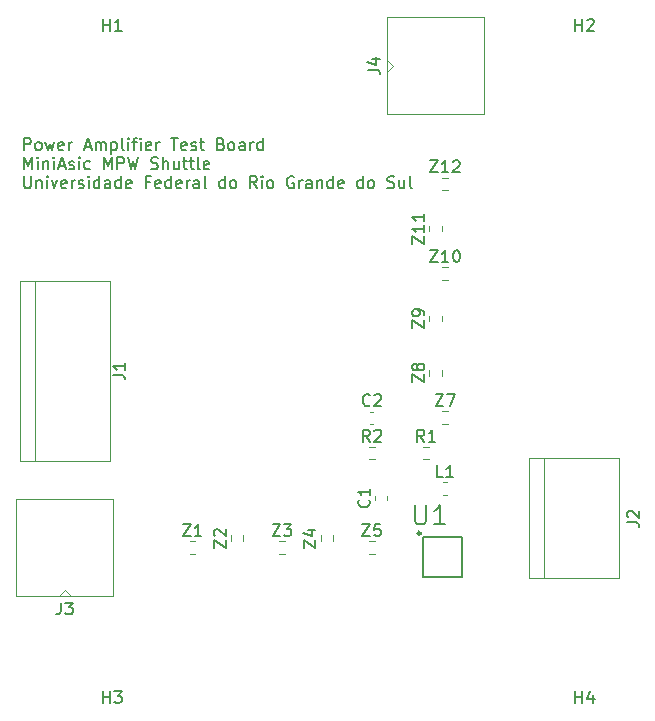
<source format=gbr>
%TF.GenerationSoftware,KiCad,Pcbnew,7.0.6*%
%TF.CreationDate,2023-07-22T11:20:37-03:00*%
%TF.ProjectId,MiniAsic_2020,4d696e69-4173-4696-935f-323032302e6b,rev?*%
%TF.SameCoordinates,Original*%
%TF.FileFunction,Legend,Top*%
%TF.FilePolarity,Positive*%
%FSLAX46Y46*%
G04 Gerber Fmt 4.6, Leading zero omitted, Abs format (unit mm)*
G04 Created by KiCad (PCBNEW 7.0.6) date 2023-07-22 11:20:37*
%MOMM*%
%LPD*%
G01*
G04 APERTURE LIST*
%ADD10C,0.200000*%
%ADD11C,0.150000*%
%ADD12C,0.142240*%
%ADD13C,0.120000*%
%ADD14C,0.275000*%
G04 APERTURE END LIST*
D10*
X121059673Y-71647219D02*
X121059673Y-70647219D01*
X121059673Y-70647219D02*
X121440625Y-70647219D01*
X121440625Y-70647219D02*
X121535863Y-70694838D01*
X121535863Y-70694838D02*
X121583482Y-70742457D01*
X121583482Y-70742457D02*
X121631101Y-70837695D01*
X121631101Y-70837695D02*
X121631101Y-70980552D01*
X121631101Y-70980552D02*
X121583482Y-71075790D01*
X121583482Y-71075790D02*
X121535863Y-71123409D01*
X121535863Y-71123409D02*
X121440625Y-71171028D01*
X121440625Y-71171028D02*
X121059673Y-71171028D01*
X122202530Y-71647219D02*
X122107292Y-71599600D01*
X122107292Y-71599600D02*
X122059673Y-71551980D01*
X122059673Y-71551980D02*
X122012054Y-71456742D01*
X122012054Y-71456742D02*
X122012054Y-71171028D01*
X122012054Y-71171028D02*
X122059673Y-71075790D01*
X122059673Y-71075790D02*
X122107292Y-71028171D01*
X122107292Y-71028171D02*
X122202530Y-70980552D01*
X122202530Y-70980552D02*
X122345387Y-70980552D01*
X122345387Y-70980552D02*
X122440625Y-71028171D01*
X122440625Y-71028171D02*
X122488244Y-71075790D01*
X122488244Y-71075790D02*
X122535863Y-71171028D01*
X122535863Y-71171028D02*
X122535863Y-71456742D01*
X122535863Y-71456742D02*
X122488244Y-71551980D01*
X122488244Y-71551980D02*
X122440625Y-71599600D01*
X122440625Y-71599600D02*
X122345387Y-71647219D01*
X122345387Y-71647219D02*
X122202530Y-71647219D01*
X122869197Y-70980552D02*
X123059673Y-71647219D01*
X123059673Y-71647219D02*
X123250149Y-71171028D01*
X123250149Y-71171028D02*
X123440625Y-71647219D01*
X123440625Y-71647219D02*
X123631101Y-70980552D01*
X124393006Y-71599600D02*
X124297768Y-71647219D01*
X124297768Y-71647219D02*
X124107292Y-71647219D01*
X124107292Y-71647219D02*
X124012054Y-71599600D01*
X124012054Y-71599600D02*
X123964435Y-71504361D01*
X123964435Y-71504361D02*
X123964435Y-71123409D01*
X123964435Y-71123409D02*
X124012054Y-71028171D01*
X124012054Y-71028171D02*
X124107292Y-70980552D01*
X124107292Y-70980552D02*
X124297768Y-70980552D01*
X124297768Y-70980552D02*
X124393006Y-71028171D01*
X124393006Y-71028171D02*
X124440625Y-71123409D01*
X124440625Y-71123409D02*
X124440625Y-71218647D01*
X124440625Y-71218647D02*
X123964435Y-71313885D01*
X124869197Y-71647219D02*
X124869197Y-70980552D01*
X124869197Y-71171028D02*
X124916816Y-71075790D01*
X124916816Y-71075790D02*
X124964435Y-71028171D01*
X124964435Y-71028171D02*
X125059673Y-70980552D01*
X125059673Y-70980552D02*
X125154911Y-70980552D01*
X126202531Y-71361504D02*
X126678721Y-71361504D01*
X126107293Y-71647219D02*
X126440626Y-70647219D01*
X126440626Y-70647219D02*
X126773959Y-71647219D01*
X127107293Y-71647219D02*
X127107293Y-70980552D01*
X127107293Y-71075790D02*
X127154912Y-71028171D01*
X127154912Y-71028171D02*
X127250150Y-70980552D01*
X127250150Y-70980552D02*
X127393007Y-70980552D01*
X127393007Y-70980552D02*
X127488245Y-71028171D01*
X127488245Y-71028171D02*
X127535864Y-71123409D01*
X127535864Y-71123409D02*
X127535864Y-71647219D01*
X127535864Y-71123409D02*
X127583483Y-71028171D01*
X127583483Y-71028171D02*
X127678721Y-70980552D01*
X127678721Y-70980552D02*
X127821578Y-70980552D01*
X127821578Y-70980552D02*
X127916817Y-71028171D01*
X127916817Y-71028171D02*
X127964436Y-71123409D01*
X127964436Y-71123409D02*
X127964436Y-71647219D01*
X128440626Y-70980552D02*
X128440626Y-71980552D01*
X128440626Y-71028171D02*
X128535864Y-70980552D01*
X128535864Y-70980552D02*
X128726340Y-70980552D01*
X128726340Y-70980552D02*
X128821578Y-71028171D01*
X128821578Y-71028171D02*
X128869197Y-71075790D01*
X128869197Y-71075790D02*
X128916816Y-71171028D01*
X128916816Y-71171028D02*
X128916816Y-71456742D01*
X128916816Y-71456742D02*
X128869197Y-71551980D01*
X128869197Y-71551980D02*
X128821578Y-71599600D01*
X128821578Y-71599600D02*
X128726340Y-71647219D01*
X128726340Y-71647219D02*
X128535864Y-71647219D01*
X128535864Y-71647219D02*
X128440626Y-71599600D01*
X129488245Y-71647219D02*
X129393007Y-71599600D01*
X129393007Y-71599600D02*
X129345388Y-71504361D01*
X129345388Y-71504361D02*
X129345388Y-70647219D01*
X129869198Y-71647219D02*
X129869198Y-70980552D01*
X129869198Y-70647219D02*
X129821579Y-70694838D01*
X129821579Y-70694838D02*
X129869198Y-70742457D01*
X129869198Y-70742457D02*
X129916817Y-70694838D01*
X129916817Y-70694838D02*
X129869198Y-70647219D01*
X129869198Y-70647219D02*
X129869198Y-70742457D01*
X130202531Y-70980552D02*
X130583483Y-70980552D01*
X130345388Y-71647219D02*
X130345388Y-70790076D01*
X130345388Y-70790076D02*
X130393007Y-70694838D01*
X130393007Y-70694838D02*
X130488245Y-70647219D01*
X130488245Y-70647219D02*
X130583483Y-70647219D01*
X130916817Y-71647219D02*
X130916817Y-70980552D01*
X130916817Y-70647219D02*
X130869198Y-70694838D01*
X130869198Y-70694838D02*
X130916817Y-70742457D01*
X130916817Y-70742457D02*
X130964436Y-70694838D01*
X130964436Y-70694838D02*
X130916817Y-70647219D01*
X130916817Y-70647219D02*
X130916817Y-70742457D01*
X131773959Y-71599600D02*
X131678721Y-71647219D01*
X131678721Y-71647219D02*
X131488245Y-71647219D01*
X131488245Y-71647219D02*
X131393007Y-71599600D01*
X131393007Y-71599600D02*
X131345388Y-71504361D01*
X131345388Y-71504361D02*
X131345388Y-71123409D01*
X131345388Y-71123409D02*
X131393007Y-71028171D01*
X131393007Y-71028171D02*
X131488245Y-70980552D01*
X131488245Y-70980552D02*
X131678721Y-70980552D01*
X131678721Y-70980552D02*
X131773959Y-71028171D01*
X131773959Y-71028171D02*
X131821578Y-71123409D01*
X131821578Y-71123409D02*
X131821578Y-71218647D01*
X131821578Y-71218647D02*
X131345388Y-71313885D01*
X132250150Y-71647219D02*
X132250150Y-70980552D01*
X132250150Y-71171028D02*
X132297769Y-71075790D01*
X132297769Y-71075790D02*
X132345388Y-71028171D01*
X132345388Y-71028171D02*
X132440626Y-70980552D01*
X132440626Y-70980552D02*
X132535864Y-70980552D01*
X133488246Y-70647219D02*
X134059674Y-70647219D01*
X133773960Y-71647219D02*
X133773960Y-70647219D01*
X134773960Y-71599600D02*
X134678722Y-71647219D01*
X134678722Y-71647219D02*
X134488246Y-71647219D01*
X134488246Y-71647219D02*
X134393008Y-71599600D01*
X134393008Y-71599600D02*
X134345389Y-71504361D01*
X134345389Y-71504361D02*
X134345389Y-71123409D01*
X134345389Y-71123409D02*
X134393008Y-71028171D01*
X134393008Y-71028171D02*
X134488246Y-70980552D01*
X134488246Y-70980552D02*
X134678722Y-70980552D01*
X134678722Y-70980552D02*
X134773960Y-71028171D01*
X134773960Y-71028171D02*
X134821579Y-71123409D01*
X134821579Y-71123409D02*
X134821579Y-71218647D01*
X134821579Y-71218647D02*
X134345389Y-71313885D01*
X135202532Y-71599600D02*
X135297770Y-71647219D01*
X135297770Y-71647219D02*
X135488246Y-71647219D01*
X135488246Y-71647219D02*
X135583484Y-71599600D01*
X135583484Y-71599600D02*
X135631103Y-71504361D01*
X135631103Y-71504361D02*
X135631103Y-71456742D01*
X135631103Y-71456742D02*
X135583484Y-71361504D01*
X135583484Y-71361504D02*
X135488246Y-71313885D01*
X135488246Y-71313885D02*
X135345389Y-71313885D01*
X135345389Y-71313885D02*
X135250151Y-71266266D01*
X135250151Y-71266266D02*
X135202532Y-71171028D01*
X135202532Y-71171028D02*
X135202532Y-71123409D01*
X135202532Y-71123409D02*
X135250151Y-71028171D01*
X135250151Y-71028171D02*
X135345389Y-70980552D01*
X135345389Y-70980552D02*
X135488246Y-70980552D01*
X135488246Y-70980552D02*
X135583484Y-71028171D01*
X135916818Y-70980552D02*
X136297770Y-70980552D01*
X136059675Y-70647219D02*
X136059675Y-71504361D01*
X136059675Y-71504361D02*
X136107294Y-71599600D01*
X136107294Y-71599600D02*
X136202532Y-71647219D01*
X136202532Y-71647219D02*
X136297770Y-71647219D01*
X137726342Y-71123409D02*
X137869199Y-71171028D01*
X137869199Y-71171028D02*
X137916818Y-71218647D01*
X137916818Y-71218647D02*
X137964437Y-71313885D01*
X137964437Y-71313885D02*
X137964437Y-71456742D01*
X137964437Y-71456742D02*
X137916818Y-71551980D01*
X137916818Y-71551980D02*
X137869199Y-71599600D01*
X137869199Y-71599600D02*
X137773961Y-71647219D01*
X137773961Y-71647219D02*
X137393009Y-71647219D01*
X137393009Y-71647219D02*
X137393009Y-70647219D01*
X137393009Y-70647219D02*
X137726342Y-70647219D01*
X137726342Y-70647219D02*
X137821580Y-70694838D01*
X137821580Y-70694838D02*
X137869199Y-70742457D01*
X137869199Y-70742457D02*
X137916818Y-70837695D01*
X137916818Y-70837695D02*
X137916818Y-70932933D01*
X137916818Y-70932933D02*
X137869199Y-71028171D01*
X137869199Y-71028171D02*
X137821580Y-71075790D01*
X137821580Y-71075790D02*
X137726342Y-71123409D01*
X137726342Y-71123409D02*
X137393009Y-71123409D01*
X138535866Y-71647219D02*
X138440628Y-71599600D01*
X138440628Y-71599600D02*
X138393009Y-71551980D01*
X138393009Y-71551980D02*
X138345390Y-71456742D01*
X138345390Y-71456742D02*
X138345390Y-71171028D01*
X138345390Y-71171028D02*
X138393009Y-71075790D01*
X138393009Y-71075790D02*
X138440628Y-71028171D01*
X138440628Y-71028171D02*
X138535866Y-70980552D01*
X138535866Y-70980552D02*
X138678723Y-70980552D01*
X138678723Y-70980552D02*
X138773961Y-71028171D01*
X138773961Y-71028171D02*
X138821580Y-71075790D01*
X138821580Y-71075790D02*
X138869199Y-71171028D01*
X138869199Y-71171028D02*
X138869199Y-71456742D01*
X138869199Y-71456742D02*
X138821580Y-71551980D01*
X138821580Y-71551980D02*
X138773961Y-71599600D01*
X138773961Y-71599600D02*
X138678723Y-71647219D01*
X138678723Y-71647219D02*
X138535866Y-71647219D01*
X139726342Y-71647219D02*
X139726342Y-71123409D01*
X139726342Y-71123409D02*
X139678723Y-71028171D01*
X139678723Y-71028171D02*
X139583485Y-70980552D01*
X139583485Y-70980552D02*
X139393009Y-70980552D01*
X139393009Y-70980552D02*
X139297771Y-71028171D01*
X139726342Y-71599600D02*
X139631104Y-71647219D01*
X139631104Y-71647219D02*
X139393009Y-71647219D01*
X139393009Y-71647219D02*
X139297771Y-71599600D01*
X139297771Y-71599600D02*
X139250152Y-71504361D01*
X139250152Y-71504361D02*
X139250152Y-71409123D01*
X139250152Y-71409123D02*
X139297771Y-71313885D01*
X139297771Y-71313885D02*
X139393009Y-71266266D01*
X139393009Y-71266266D02*
X139631104Y-71266266D01*
X139631104Y-71266266D02*
X139726342Y-71218647D01*
X140202533Y-71647219D02*
X140202533Y-70980552D01*
X140202533Y-71171028D02*
X140250152Y-71075790D01*
X140250152Y-71075790D02*
X140297771Y-71028171D01*
X140297771Y-71028171D02*
X140393009Y-70980552D01*
X140393009Y-70980552D02*
X140488247Y-70980552D01*
X141250152Y-71647219D02*
X141250152Y-70647219D01*
X141250152Y-71599600D02*
X141154914Y-71647219D01*
X141154914Y-71647219D02*
X140964438Y-71647219D01*
X140964438Y-71647219D02*
X140869200Y-71599600D01*
X140869200Y-71599600D02*
X140821581Y-71551980D01*
X140821581Y-71551980D02*
X140773962Y-71456742D01*
X140773962Y-71456742D02*
X140773962Y-71171028D01*
X140773962Y-71171028D02*
X140821581Y-71075790D01*
X140821581Y-71075790D02*
X140869200Y-71028171D01*
X140869200Y-71028171D02*
X140964438Y-70980552D01*
X140964438Y-70980552D02*
X141154914Y-70980552D01*
X141154914Y-70980552D02*
X141250152Y-71028171D01*
X121059673Y-73257219D02*
X121059673Y-72257219D01*
X121059673Y-72257219D02*
X121393006Y-72971504D01*
X121393006Y-72971504D02*
X121726339Y-72257219D01*
X121726339Y-72257219D02*
X121726339Y-73257219D01*
X122202530Y-73257219D02*
X122202530Y-72590552D01*
X122202530Y-72257219D02*
X122154911Y-72304838D01*
X122154911Y-72304838D02*
X122202530Y-72352457D01*
X122202530Y-72352457D02*
X122250149Y-72304838D01*
X122250149Y-72304838D02*
X122202530Y-72257219D01*
X122202530Y-72257219D02*
X122202530Y-72352457D01*
X122678720Y-72590552D02*
X122678720Y-73257219D01*
X122678720Y-72685790D02*
X122726339Y-72638171D01*
X122726339Y-72638171D02*
X122821577Y-72590552D01*
X122821577Y-72590552D02*
X122964434Y-72590552D01*
X122964434Y-72590552D02*
X123059672Y-72638171D01*
X123059672Y-72638171D02*
X123107291Y-72733409D01*
X123107291Y-72733409D02*
X123107291Y-73257219D01*
X123583482Y-73257219D02*
X123583482Y-72590552D01*
X123583482Y-72257219D02*
X123535863Y-72304838D01*
X123535863Y-72304838D02*
X123583482Y-72352457D01*
X123583482Y-72352457D02*
X123631101Y-72304838D01*
X123631101Y-72304838D02*
X123583482Y-72257219D01*
X123583482Y-72257219D02*
X123583482Y-72352457D01*
X124012053Y-72971504D02*
X124488243Y-72971504D01*
X123916815Y-73257219D02*
X124250148Y-72257219D01*
X124250148Y-72257219D02*
X124583481Y-73257219D01*
X124869196Y-73209600D02*
X124964434Y-73257219D01*
X124964434Y-73257219D02*
X125154910Y-73257219D01*
X125154910Y-73257219D02*
X125250148Y-73209600D01*
X125250148Y-73209600D02*
X125297767Y-73114361D01*
X125297767Y-73114361D02*
X125297767Y-73066742D01*
X125297767Y-73066742D02*
X125250148Y-72971504D01*
X125250148Y-72971504D02*
X125154910Y-72923885D01*
X125154910Y-72923885D02*
X125012053Y-72923885D01*
X125012053Y-72923885D02*
X124916815Y-72876266D01*
X124916815Y-72876266D02*
X124869196Y-72781028D01*
X124869196Y-72781028D02*
X124869196Y-72733409D01*
X124869196Y-72733409D02*
X124916815Y-72638171D01*
X124916815Y-72638171D02*
X125012053Y-72590552D01*
X125012053Y-72590552D02*
X125154910Y-72590552D01*
X125154910Y-72590552D02*
X125250148Y-72638171D01*
X125726339Y-73257219D02*
X125726339Y-72590552D01*
X125726339Y-72257219D02*
X125678720Y-72304838D01*
X125678720Y-72304838D02*
X125726339Y-72352457D01*
X125726339Y-72352457D02*
X125773958Y-72304838D01*
X125773958Y-72304838D02*
X125726339Y-72257219D01*
X125726339Y-72257219D02*
X125726339Y-72352457D01*
X126631100Y-73209600D02*
X126535862Y-73257219D01*
X126535862Y-73257219D02*
X126345386Y-73257219D01*
X126345386Y-73257219D02*
X126250148Y-73209600D01*
X126250148Y-73209600D02*
X126202529Y-73161980D01*
X126202529Y-73161980D02*
X126154910Y-73066742D01*
X126154910Y-73066742D02*
X126154910Y-72781028D01*
X126154910Y-72781028D02*
X126202529Y-72685790D01*
X126202529Y-72685790D02*
X126250148Y-72638171D01*
X126250148Y-72638171D02*
X126345386Y-72590552D01*
X126345386Y-72590552D02*
X126535862Y-72590552D01*
X126535862Y-72590552D02*
X126631100Y-72638171D01*
X127821577Y-73257219D02*
X127821577Y-72257219D01*
X127821577Y-72257219D02*
X128154910Y-72971504D01*
X128154910Y-72971504D02*
X128488243Y-72257219D01*
X128488243Y-72257219D02*
X128488243Y-73257219D01*
X128964434Y-73257219D02*
X128964434Y-72257219D01*
X128964434Y-72257219D02*
X129345386Y-72257219D01*
X129345386Y-72257219D02*
X129440624Y-72304838D01*
X129440624Y-72304838D02*
X129488243Y-72352457D01*
X129488243Y-72352457D02*
X129535862Y-72447695D01*
X129535862Y-72447695D02*
X129535862Y-72590552D01*
X129535862Y-72590552D02*
X129488243Y-72685790D01*
X129488243Y-72685790D02*
X129440624Y-72733409D01*
X129440624Y-72733409D02*
X129345386Y-72781028D01*
X129345386Y-72781028D02*
X128964434Y-72781028D01*
X129869196Y-72257219D02*
X130107291Y-73257219D01*
X130107291Y-73257219D02*
X130297767Y-72542933D01*
X130297767Y-72542933D02*
X130488243Y-73257219D01*
X130488243Y-73257219D02*
X130726339Y-72257219D01*
X131821577Y-73209600D02*
X131964434Y-73257219D01*
X131964434Y-73257219D02*
X132202529Y-73257219D01*
X132202529Y-73257219D02*
X132297767Y-73209600D01*
X132297767Y-73209600D02*
X132345386Y-73161980D01*
X132345386Y-73161980D02*
X132393005Y-73066742D01*
X132393005Y-73066742D02*
X132393005Y-72971504D01*
X132393005Y-72971504D02*
X132345386Y-72876266D01*
X132345386Y-72876266D02*
X132297767Y-72828647D01*
X132297767Y-72828647D02*
X132202529Y-72781028D01*
X132202529Y-72781028D02*
X132012053Y-72733409D01*
X132012053Y-72733409D02*
X131916815Y-72685790D01*
X131916815Y-72685790D02*
X131869196Y-72638171D01*
X131869196Y-72638171D02*
X131821577Y-72542933D01*
X131821577Y-72542933D02*
X131821577Y-72447695D01*
X131821577Y-72447695D02*
X131869196Y-72352457D01*
X131869196Y-72352457D02*
X131916815Y-72304838D01*
X131916815Y-72304838D02*
X132012053Y-72257219D01*
X132012053Y-72257219D02*
X132250148Y-72257219D01*
X132250148Y-72257219D02*
X132393005Y-72304838D01*
X132821577Y-73257219D02*
X132821577Y-72257219D01*
X133250148Y-73257219D02*
X133250148Y-72733409D01*
X133250148Y-72733409D02*
X133202529Y-72638171D01*
X133202529Y-72638171D02*
X133107291Y-72590552D01*
X133107291Y-72590552D02*
X132964434Y-72590552D01*
X132964434Y-72590552D02*
X132869196Y-72638171D01*
X132869196Y-72638171D02*
X132821577Y-72685790D01*
X134154910Y-72590552D02*
X134154910Y-73257219D01*
X133726339Y-72590552D02*
X133726339Y-73114361D01*
X133726339Y-73114361D02*
X133773958Y-73209600D01*
X133773958Y-73209600D02*
X133869196Y-73257219D01*
X133869196Y-73257219D02*
X134012053Y-73257219D01*
X134012053Y-73257219D02*
X134107291Y-73209600D01*
X134107291Y-73209600D02*
X134154910Y-73161980D01*
X134488244Y-72590552D02*
X134869196Y-72590552D01*
X134631101Y-72257219D02*
X134631101Y-73114361D01*
X134631101Y-73114361D02*
X134678720Y-73209600D01*
X134678720Y-73209600D02*
X134773958Y-73257219D01*
X134773958Y-73257219D02*
X134869196Y-73257219D01*
X135059673Y-72590552D02*
X135440625Y-72590552D01*
X135202530Y-72257219D02*
X135202530Y-73114361D01*
X135202530Y-73114361D02*
X135250149Y-73209600D01*
X135250149Y-73209600D02*
X135345387Y-73257219D01*
X135345387Y-73257219D02*
X135440625Y-73257219D01*
X135916816Y-73257219D02*
X135821578Y-73209600D01*
X135821578Y-73209600D02*
X135773959Y-73114361D01*
X135773959Y-73114361D02*
X135773959Y-72257219D01*
X136678721Y-73209600D02*
X136583483Y-73257219D01*
X136583483Y-73257219D02*
X136393007Y-73257219D01*
X136393007Y-73257219D02*
X136297769Y-73209600D01*
X136297769Y-73209600D02*
X136250150Y-73114361D01*
X136250150Y-73114361D02*
X136250150Y-72733409D01*
X136250150Y-72733409D02*
X136297769Y-72638171D01*
X136297769Y-72638171D02*
X136393007Y-72590552D01*
X136393007Y-72590552D02*
X136583483Y-72590552D01*
X136583483Y-72590552D02*
X136678721Y-72638171D01*
X136678721Y-72638171D02*
X136726340Y-72733409D01*
X136726340Y-72733409D02*
X136726340Y-72828647D01*
X136726340Y-72828647D02*
X136250150Y-72923885D01*
X121059673Y-73867219D02*
X121059673Y-74676742D01*
X121059673Y-74676742D02*
X121107292Y-74771980D01*
X121107292Y-74771980D02*
X121154911Y-74819600D01*
X121154911Y-74819600D02*
X121250149Y-74867219D01*
X121250149Y-74867219D02*
X121440625Y-74867219D01*
X121440625Y-74867219D02*
X121535863Y-74819600D01*
X121535863Y-74819600D02*
X121583482Y-74771980D01*
X121583482Y-74771980D02*
X121631101Y-74676742D01*
X121631101Y-74676742D02*
X121631101Y-73867219D01*
X122107292Y-74200552D02*
X122107292Y-74867219D01*
X122107292Y-74295790D02*
X122154911Y-74248171D01*
X122154911Y-74248171D02*
X122250149Y-74200552D01*
X122250149Y-74200552D02*
X122393006Y-74200552D01*
X122393006Y-74200552D02*
X122488244Y-74248171D01*
X122488244Y-74248171D02*
X122535863Y-74343409D01*
X122535863Y-74343409D02*
X122535863Y-74867219D01*
X123012054Y-74867219D02*
X123012054Y-74200552D01*
X123012054Y-73867219D02*
X122964435Y-73914838D01*
X122964435Y-73914838D02*
X123012054Y-73962457D01*
X123012054Y-73962457D02*
X123059673Y-73914838D01*
X123059673Y-73914838D02*
X123012054Y-73867219D01*
X123012054Y-73867219D02*
X123012054Y-73962457D01*
X123393006Y-74200552D02*
X123631101Y-74867219D01*
X123631101Y-74867219D02*
X123869196Y-74200552D01*
X124631101Y-74819600D02*
X124535863Y-74867219D01*
X124535863Y-74867219D02*
X124345387Y-74867219D01*
X124345387Y-74867219D02*
X124250149Y-74819600D01*
X124250149Y-74819600D02*
X124202530Y-74724361D01*
X124202530Y-74724361D02*
X124202530Y-74343409D01*
X124202530Y-74343409D02*
X124250149Y-74248171D01*
X124250149Y-74248171D02*
X124345387Y-74200552D01*
X124345387Y-74200552D02*
X124535863Y-74200552D01*
X124535863Y-74200552D02*
X124631101Y-74248171D01*
X124631101Y-74248171D02*
X124678720Y-74343409D01*
X124678720Y-74343409D02*
X124678720Y-74438647D01*
X124678720Y-74438647D02*
X124202530Y-74533885D01*
X125107292Y-74867219D02*
X125107292Y-74200552D01*
X125107292Y-74391028D02*
X125154911Y-74295790D01*
X125154911Y-74295790D02*
X125202530Y-74248171D01*
X125202530Y-74248171D02*
X125297768Y-74200552D01*
X125297768Y-74200552D02*
X125393006Y-74200552D01*
X125678721Y-74819600D02*
X125773959Y-74867219D01*
X125773959Y-74867219D02*
X125964435Y-74867219D01*
X125964435Y-74867219D02*
X126059673Y-74819600D01*
X126059673Y-74819600D02*
X126107292Y-74724361D01*
X126107292Y-74724361D02*
X126107292Y-74676742D01*
X126107292Y-74676742D02*
X126059673Y-74581504D01*
X126059673Y-74581504D02*
X125964435Y-74533885D01*
X125964435Y-74533885D02*
X125821578Y-74533885D01*
X125821578Y-74533885D02*
X125726340Y-74486266D01*
X125726340Y-74486266D02*
X125678721Y-74391028D01*
X125678721Y-74391028D02*
X125678721Y-74343409D01*
X125678721Y-74343409D02*
X125726340Y-74248171D01*
X125726340Y-74248171D02*
X125821578Y-74200552D01*
X125821578Y-74200552D02*
X125964435Y-74200552D01*
X125964435Y-74200552D02*
X126059673Y-74248171D01*
X126535864Y-74867219D02*
X126535864Y-74200552D01*
X126535864Y-73867219D02*
X126488245Y-73914838D01*
X126488245Y-73914838D02*
X126535864Y-73962457D01*
X126535864Y-73962457D02*
X126583483Y-73914838D01*
X126583483Y-73914838D02*
X126535864Y-73867219D01*
X126535864Y-73867219D02*
X126535864Y-73962457D01*
X127440625Y-74867219D02*
X127440625Y-73867219D01*
X127440625Y-74819600D02*
X127345387Y-74867219D01*
X127345387Y-74867219D02*
X127154911Y-74867219D01*
X127154911Y-74867219D02*
X127059673Y-74819600D01*
X127059673Y-74819600D02*
X127012054Y-74771980D01*
X127012054Y-74771980D02*
X126964435Y-74676742D01*
X126964435Y-74676742D02*
X126964435Y-74391028D01*
X126964435Y-74391028D02*
X127012054Y-74295790D01*
X127012054Y-74295790D02*
X127059673Y-74248171D01*
X127059673Y-74248171D02*
X127154911Y-74200552D01*
X127154911Y-74200552D02*
X127345387Y-74200552D01*
X127345387Y-74200552D02*
X127440625Y-74248171D01*
X128345387Y-74867219D02*
X128345387Y-74343409D01*
X128345387Y-74343409D02*
X128297768Y-74248171D01*
X128297768Y-74248171D02*
X128202530Y-74200552D01*
X128202530Y-74200552D02*
X128012054Y-74200552D01*
X128012054Y-74200552D02*
X127916816Y-74248171D01*
X128345387Y-74819600D02*
X128250149Y-74867219D01*
X128250149Y-74867219D02*
X128012054Y-74867219D01*
X128012054Y-74867219D02*
X127916816Y-74819600D01*
X127916816Y-74819600D02*
X127869197Y-74724361D01*
X127869197Y-74724361D02*
X127869197Y-74629123D01*
X127869197Y-74629123D02*
X127916816Y-74533885D01*
X127916816Y-74533885D02*
X128012054Y-74486266D01*
X128012054Y-74486266D02*
X128250149Y-74486266D01*
X128250149Y-74486266D02*
X128345387Y-74438647D01*
X129250149Y-74867219D02*
X129250149Y-73867219D01*
X129250149Y-74819600D02*
X129154911Y-74867219D01*
X129154911Y-74867219D02*
X128964435Y-74867219D01*
X128964435Y-74867219D02*
X128869197Y-74819600D01*
X128869197Y-74819600D02*
X128821578Y-74771980D01*
X128821578Y-74771980D02*
X128773959Y-74676742D01*
X128773959Y-74676742D02*
X128773959Y-74391028D01*
X128773959Y-74391028D02*
X128821578Y-74295790D01*
X128821578Y-74295790D02*
X128869197Y-74248171D01*
X128869197Y-74248171D02*
X128964435Y-74200552D01*
X128964435Y-74200552D02*
X129154911Y-74200552D01*
X129154911Y-74200552D02*
X129250149Y-74248171D01*
X130107292Y-74819600D02*
X130012054Y-74867219D01*
X130012054Y-74867219D02*
X129821578Y-74867219D01*
X129821578Y-74867219D02*
X129726340Y-74819600D01*
X129726340Y-74819600D02*
X129678721Y-74724361D01*
X129678721Y-74724361D02*
X129678721Y-74343409D01*
X129678721Y-74343409D02*
X129726340Y-74248171D01*
X129726340Y-74248171D02*
X129821578Y-74200552D01*
X129821578Y-74200552D02*
X130012054Y-74200552D01*
X130012054Y-74200552D02*
X130107292Y-74248171D01*
X130107292Y-74248171D02*
X130154911Y-74343409D01*
X130154911Y-74343409D02*
X130154911Y-74438647D01*
X130154911Y-74438647D02*
X129678721Y-74533885D01*
X131678721Y-74343409D02*
X131345388Y-74343409D01*
X131345388Y-74867219D02*
X131345388Y-73867219D01*
X131345388Y-73867219D02*
X131821578Y-73867219D01*
X132583483Y-74819600D02*
X132488245Y-74867219D01*
X132488245Y-74867219D02*
X132297769Y-74867219D01*
X132297769Y-74867219D02*
X132202531Y-74819600D01*
X132202531Y-74819600D02*
X132154912Y-74724361D01*
X132154912Y-74724361D02*
X132154912Y-74343409D01*
X132154912Y-74343409D02*
X132202531Y-74248171D01*
X132202531Y-74248171D02*
X132297769Y-74200552D01*
X132297769Y-74200552D02*
X132488245Y-74200552D01*
X132488245Y-74200552D02*
X132583483Y-74248171D01*
X132583483Y-74248171D02*
X132631102Y-74343409D01*
X132631102Y-74343409D02*
X132631102Y-74438647D01*
X132631102Y-74438647D02*
X132154912Y-74533885D01*
X133488245Y-74867219D02*
X133488245Y-73867219D01*
X133488245Y-74819600D02*
X133393007Y-74867219D01*
X133393007Y-74867219D02*
X133202531Y-74867219D01*
X133202531Y-74867219D02*
X133107293Y-74819600D01*
X133107293Y-74819600D02*
X133059674Y-74771980D01*
X133059674Y-74771980D02*
X133012055Y-74676742D01*
X133012055Y-74676742D02*
X133012055Y-74391028D01*
X133012055Y-74391028D02*
X133059674Y-74295790D01*
X133059674Y-74295790D02*
X133107293Y-74248171D01*
X133107293Y-74248171D02*
X133202531Y-74200552D01*
X133202531Y-74200552D02*
X133393007Y-74200552D01*
X133393007Y-74200552D02*
X133488245Y-74248171D01*
X134345388Y-74819600D02*
X134250150Y-74867219D01*
X134250150Y-74867219D02*
X134059674Y-74867219D01*
X134059674Y-74867219D02*
X133964436Y-74819600D01*
X133964436Y-74819600D02*
X133916817Y-74724361D01*
X133916817Y-74724361D02*
X133916817Y-74343409D01*
X133916817Y-74343409D02*
X133964436Y-74248171D01*
X133964436Y-74248171D02*
X134059674Y-74200552D01*
X134059674Y-74200552D02*
X134250150Y-74200552D01*
X134250150Y-74200552D02*
X134345388Y-74248171D01*
X134345388Y-74248171D02*
X134393007Y-74343409D01*
X134393007Y-74343409D02*
X134393007Y-74438647D01*
X134393007Y-74438647D02*
X133916817Y-74533885D01*
X134821579Y-74867219D02*
X134821579Y-74200552D01*
X134821579Y-74391028D02*
X134869198Y-74295790D01*
X134869198Y-74295790D02*
X134916817Y-74248171D01*
X134916817Y-74248171D02*
X135012055Y-74200552D01*
X135012055Y-74200552D02*
X135107293Y-74200552D01*
X135869198Y-74867219D02*
X135869198Y-74343409D01*
X135869198Y-74343409D02*
X135821579Y-74248171D01*
X135821579Y-74248171D02*
X135726341Y-74200552D01*
X135726341Y-74200552D02*
X135535865Y-74200552D01*
X135535865Y-74200552D02*
X135440627Y-74248171D01*
X135869198Y-74819600D02*
X135773960Y-74867219D01*
X135773960Y-74867219D02*
X135535865Y-74867219D01*
X135535865Y-74867219D02*
X135440627Y-74819600D01*
X135440627Y-74819600D02*
X135393008Y-74724361D01*
X135393008Y-74724361D02*
X135393008Y-74629123D01*
X135393008Y-74629123D02*
X135440627Y-74533885D01*
X135440627Y-74533885D02*
X135535865Y-74486266D01*
X135535865Y-74486266D02*
X135773960Y-74486266D01*
X135773960Y-74486266D02*
X135869198Y-74438647D01*
X136488246Y-74867219D02*
X136393008Y-74819600D01*
X136393008Y-74819600D02*
X136345389Y-74724361D01*
X136345389Y-74724361D02*
X136345389Y-73867219D01*
X138059675Y-74867219D02*
X138059675Y-73867219D01*
X138059675Y-74819600D02*
X137964437Y-74867219D01*
X137964437Y-74867219D02*
X137773961Y-74867219D01*
X137773961Y-74867219D02*
X137678723Y-74819600D01*
X137678723Y-74819600D02*
X137631104Y-74771980D01*
X137631104Y-74771980D02*
X137583485Y-74676742D01*
X137583485Y-74676742D02*
X137583485Y-74391028D01*
X137583485Y-74391028D02*
X137631104Y-74295790D01*
X137631104Y-74295790D02*
X137678723Y-74248171D01*
X137678723Y-74248171D02*
X137773961Y-74200552D01*
X137773961Y-74200552D02*
X137964437Y-74200552D01*
X137964437Y-74200552D02*
X138059675Y-74248171D01*
X138678723Y-74867219D02*
X138583485Y-74819600D01*
X138583485Y-74819600D02*
X138535866Y-74771980D01*
X138535866Y-74771980D02*
X138488247Y-74676742D01*
X138488247Y-74676742D02*
X138488247Y-74391028D01*
X138488247Y-74391028D02*
X138535866Y-74295790D01*
X138535866Y-74295790D02*
X138583485Y-74248171D01*
X138583485Y-74248171D02*
X138678723Y-74200552D01*
X138678723Y-74200552D02*
X138821580Y-74200552D01*
X138821580Y-74200552D02*
X138916818Y-74248171D01*
X138916818Y-74248171D02*
X138964437Y-74295790D01*
X138964437Y-74295790D02*
X139012056Y-74391028D01*
X139012056Y-74391028D02*
X139012056Y-74676742D01*
X139012056Y-74676742D02*
X138964437Y-74771980D01*
X138964437Y-74771980D02*
X138916818Y-74819600D01*
X138916818Y-74819600D02*
X138821580Y-74867219D01*
X138821580Y-74867219D02*
X138678723Y-74867219D01*
X140773961Y-74867219D02*
X140440628Y-74391028D01*
X140202533Y-74867219D02*
X140202533Y-73867219D01*
X140202533Y-73867219D02*
X140583485Y-73867219D01*
X140583485Y-73867219D02*
X140678723Y-73914838D01*
X140678723Y-73914838D02*
X140726342Y-73962457D01*
X140726342Y-73962457D02*
X140773961Y-74057695D01*
X140773961Y-74057695D02*
X140773961Y-74200552D01*
X140773961Y-74200552D02*
X140726342Y-74295790D01*
X140726342Y-74295790D02*
X140678723Y-74343409D01*
X140678723Y-74343409D02*
X140583485Y-74391028D01*
X140583485Y-74391028D02*
X140202533Y-74391028D01*
X141202533Y-74867219D02*
X141202533Y-74200552D01*
X141202533Y-73867219D02*
X141154914Y-73914838D01*
X141154914Y-73914838D02*
X141202533Y-73962457D01*
X141202533Y-73962457D02*
X141250152Y-73914838D01*
X141250152Y-73914838D02*
X141202533Y-73867219D01*
X141202533Y-73867219D02*
X141202533Y-73962457D01*
X141821580Y-74867219D02*
X141726342Y-74819600D01*
X141726342Y-74819600D02*
X141678723Y-74771980D01*
X141678723Y-74771980D02*
X141631104Y-74676742D01*
X141631104Y-74676742D02*
X141631104Y-74391028D01*
X141631104Y-74391028D02*
X141678723Y-74295790D01*
X141678723Y-74295790D02*
X141726342Y-74248171D01*
X141726342Y-74248171D02*
X141821580Y-74200552D01*
X141821580Y-74200552D02*
X141964437Y-74200552D01*
X141964437Y-74200552D02*
X142059675Y-74248171D01*
X142059675Y-74248171D02*
X142107294Y-74295790D01*
X142107294Y-74295790D02*
X142154913Y-74391028D01*
X142154913Y-74391028D02*
X142154913Y-74676742D01*
X142154913Y-74676742D02*
X142107294Y-74771980D01*
X142107294Y-74771980D02*
X142059675Y-74819600D01*
X142059675Y-74819600D02*
X141964437Y-74867219D01*
X141964437Y-74867219D02*
X141821580Y-74867219D01*
X143869199Y-73914838D02*
X143773961Y-73867219D01*
X143773961Y-73867219D02*
X143631104Y-73867219D01*
X143631104Y-73867219D02*
X143488247Y-73914838D01*
X143488247Y-73914838D02*
X143393009Y-74010076D01*
X143393009Y-74010076D02*
X143345390Y-74105314D01*
X143345390Y-74105314D02*
X143297771Y-74295790D01*
X143297771Y-74295790D02*
X143297771Y-74438647D01*
X143297771Y-74438647D02*
X143345390Y-74629123D01*
X143345390Y-74629123D02*
X143393009Y-74724361D01*
X143393009Y-74724361D02*
X143488247Y-74819600D01*
X143488247Y-74819600D02*
X143631104Y-74867219D01*
X143631104Y-74867219D02*
X143726342Y-74867219D01*
X143726342Y-74867219D02*
X143869199Y-74819600D01*
X143869199Y-74819600D02*
X143916818Y-74771980D01*
X143916818Y-74771980D02*
X143916818Y-74438647D01*
X143916818Y-74438647D02*
X143726342Y-74438647D01*
X144345390Y-74867219D02*
X144345390Y-74200552D01*
X144345390Y-74391028D02*
X144393009Y-74295790D01*
X144393009Y-74295790D02*
X144440628Y-74248171D01*
X144440628Y-74248171D02*
X144535866Y-74200552D01*
X144535866Y-74200552D02*
X144631104Y-74200552D01*
X145393009Y-74867219D02*
X145393009Y-74343409D01*
X145393009Y-74343409D02*
X145345390Y-74248171D01*
X145345390Y-74248171D02*
X145250152Y-74200552D01*
X145250152Y-74200552D02*
X145059676Y-74200552D01*
X145059676Y-74200552D02*
X144964438Y-74248171D01*
X145393009Y-74819600D02*
X145297771Y-74867219D01*
X145297771Y-74867219D02*
X145059676Y-74867219D01*
X145059676Y-74867219D02*
X144964438Y-74819600D01*
X144964438Y-74819600D02*
X144916819Y-74724361D01*
X144916819Y-74724361D02*
X144916819Y-74629123D01*
X144916819Y-74629123D02*
X144964438Y-74533885D01*
X144964438Y-74533885D02*
X145059676Y-74486266D01*
X145059676Y-74486266D02*
X145297771Y-74486266D01*
X145297771Y-74486266D02*
X145393009Y-74438647D01*
X145869200Y-74200552D02*
X145869200Y-74867219D01*
X145869200Y-74295790D02*
X145916819Y-74248171D01*
X145916819Y-74248171D02*
X146012057Y-74200552D01*
X146012057Y-74200552D02*
X146154914Y-74200552D01*
X146154914Y-74200552D02*
X146250152Y-74248171D01*
X146250152Y-74248171D02*
X146297771Y-74343409D01*
X146297771Y-74343409D02*
X146297771Y-74867219D01*
X147202533Y-74867219D02*
X147202533Y-73867219D01*
X147202533Y-74819600D02*
X147107295Y-74867219D01*
X147107295Y-74867219D02*
X146916819Y-74867219D01*
X146916819Y-74867219D02*
X146821581Y-74819600D01*
X146821581Y-74819600D02*
X146773962Y-74771980D01*
X146773962Y-74771980D02*
X146726343Y-74676742D01*
X146726343Y-74676742D02*
X146726343Y-74391028D01*
X146726343Y-74391028D02*
X146773962Y-74295790D01*
X146773962Y-74295790D02*
X146821581Y-74248171D01*
X146821581Y-74248171D02*
X146916819Y-74200552D01*
X146916819Y-74200552D02*
X147107295Y-74200552D01*
X147107295Y-74200552D02*
X147202533Y-74248171D01*
X148059676Y-74819600D02*
X147964438Y-74867219D01*
X147964438Y-74867219D02*
X147773962Y-74867219D01*
X147773962Y-74867219D02*
X147678724Y-74819600D01*
X147678724Y-74819600D02*
X147631105Y-74724361D01*
X147631105Y-74724361D02*
X147631105Y-74343409D01*
X147631105Y-74343409D02*
X147678724Y-74248171D01*
X147678724Y-74248171D02*
X147773962Y-74200552D01*
X147773962Y-74200552D02*
X147964438Y-74200552D01*
X147964438Y-74200552D02*
X148059676Y-74248171D01*
X148059676Y-74248171D02*
X148107295Y-74343409D01*
X148107295Y-74343409D02*
X148107295Y-74438647D01*
X148107295Y-74438647D02*
X147631105Y-74533885D01*
X149726343Y-74867219D02*
X149726343Y-73867219D01*
X149726343Y-74819600D02*
X149631105Y-74867219D01*
X149631105Y-74867219D02*
X149440629Y-74867219D01*
X149440629Y-74867219D02*
X149345391Y-74819600D01*
X149345391Y-74819600D02*
X149297772Y-74771980D01*
X149297772Y-74771980D02*
X149250153Y-74676742D01*
X149250153Y-74676742D02*
X149250153Y-74391028D01*
X149250153Y-74391028D02*
X149297772Y-74295790D01*
X149297772Y-74295790D02*
X149345391Y-74248171D01*
X149345391Y-74248171D02*
X149440629Y-74200552D01*
X149440629Y-74200552D02*
X149631105Y-74200552D01*
X149631105Y-74200552D02*
X149726343Y-74248171D01*
X150345391Y-74867219D02*
X150250153Y-74819600D01*
X150250153Y-74819600D02*
X150202534Y-74771980D01*
X150202534Y-74771980D02*
X150154915Y-74676742D01*
X150154915Y-74676742D02*
X150154915Y-74391028D01*
X150154915Y-74391028D02*
X150202534Y-74295790D01*
X150202534Y-74295790D02*
X150250153Y-74248171D01*
X150250153Y-74248171D02*
X150345391Y-74200552D01*
X150345391Y-74200552D02*
X150488248Y-74200552D01*
X150488248Y-74200552D02*
X150583486Y-74248171D01*
X150583486Y-74248171D02*
X150631105Y-74295790D01*
X150631105Y-74295790D02*
X150678724Y-74391028D01*
X150678724Y-74391028D02*
X150678724Y-74676742D01*
X150678724Y-74676742D02*
X150631105Y-74771980D01*
X150631105Y-74771980D02*
X150583486Y-74819600D01*
X150583486Y-74819600D02*
X150488248Y-74867219D01*
X150488248Y-74867219D02*
X150345391Y-74867219D01*
X151821582Y-74819600D02*
X151964439Y-74867219D01*
X151964439Y-74867219D02*
X152202534Y-74867219D01*
X152202534Y-74867219D02*
X152297772Y-74819600D01*
X152297772Y-74819600D02*
X152345391Y-74771980D01*
X152345391Y-74771980D02*
X152393010Y-74676742D01*
X152393010Y-74676742D02*
X152393010Y-74581504D01*
X152393010Y-74581504D02*
X152345391Y-74486266D01*
X152345391Y-74486266D02*
X152297772Y-74438647D01*
X152297772Y-74438647D02*
X152202534Y-74391028D01*
X152202534Y-74391028D02*
X152012058Y-74343409D01*
X152012058Y-74343409D02*
X151916820Y-74295790D01*
X151916820Y-74295790D02*
X151869201Y-74248171D01*
X151869201Y-74248171D02*
X151821582Y-74152933D01*
X151821582Y-74152933D02*
X151821582Y-74057695D01*
X151821582Y-74057695D02*
X151869201Y-73962457D01*
X151869201Y-73962457D02*
X151916820Y-73914838D01*
X151916820Y-73914838D02*
X152012058Y-73867219D01*
X152012058Y-73867219D02*
X152250153Y-73867219D01*
X152250153Y-73867219D02*
X152393010Y-73914838D01*
X153250153Y-74200552D02*
X153250153Y-74867219D01*
X152821582Y-74200552D02*
X152821582Y-74724361D01*
X152821582Y-74724361D02*
X152869201Y-74819600D01*
X152869201Y-74819600D02*
X152964439Y-74867219D01*
X152964439Y-74867219D02*
X153107296Y-74867219D01*
X153107296Y-74867219D02*
X153202534Y-74819600D01*
X153202534Y-74819600D02*
X153250153Y-74771980D01*
X153869201Y-74867219D02*
X153773963Y-74819600D01*
X153773963Y-74819600D02*
X153726344Y-74724361D01*
X153726344Y-74724361D02*
X153726344Y-73867219D01*
D11*
X150333333Y-93229580D02*
X150285714Y-93277200D01*
X150285714Y-93277200D02*
X150142857Y-93324819D01*
X150142857Y-93324819D02*
X150047619Y-93324819D01*
X150047619Y-93324819D02*
X149904762Y-93277200D01*
X149904762Y-93277200D02*
X149809524Y-93181961D01*
X149809524Y-93181961D02*
X149761905Y-93086723D01*
X149761905Y-93086723D02*
X149714286Y-92896247D01*
X149714286Y-92896247D02*
X149714286Y-92753390D01*
X149714286Y-92753390D02*
X149761905Y-92562914D01*
X149761905Y-92562914D02*
X149809524Y-92467676D01*
X149809524Y-92467676D02*
X149904762Y-92372438D01*
X149904762Y-92372438D02*
X150047619Y-92324819D01*
X150047619Y-92324819D02*
X150142857Y-92324819D01*
X150142857Y-92324819D02*
X150285714Y-92372438D01*
X150285714Y-92372438D02*
X150333333Y-92420057D01*
X150714286Y-92420057D02*
X150761905Y-92372438D01*
X150761905Y-92372438D02*
X150857143Y-92324819D01*
X150857143Y-92324819D02*
X151095238Y-92324819D01*
X151095238Y-92324819D02*
X151190476Y-92372438D01*
X151190476Y-92372438D02*
X151238095Y-92420057D01*
X151238095Y-92420057D02*
X151285714Y-92515295D01*
X151285714Y-92515295D02*
X151285714Y-92610533D01*
X151285714Y-92610533D02*
X151238095Y-92753390D01*
X151238095Y-92753390D02*
X150666667Y-93324819D01*
X150666667Y-93324819D02*
X151285714Y-93324819D01*
X154933333Y-96324819D02*
X154600000Y-95848628D01*
X154361905Y-96324819D02*
X154361905Y-95324819D01*
X154361905Y-95324819D02*
X154742857Y-95324819D01*
X154742857Y-95324819D02*
X154838095Y-95372438D01*
X154838095Y-95372438D02*
X154885714Y-95420057D01*
X154885714Y-95420057D02*
X154933333Y-95515295D01*
X154933333Y-95515295D02*
X154933333Y-95658152D01*
X154933333Y-95658152D02*
X154885714Y-95753390D01*
X154885714Y-95753390D02*
X154838095Y-95801009D01*
X154838095Y-95801009D02*
X154742857Y-95848628D01*
X154742857Y-95848628D02*
X154361905Y-95848628D01*
X155885714Y-96324819D02*
X155314286Y-96324819D01*
X155600000Y-96324819D02*
X155600000Y-95324819D01*
X155600000Y-95324819D02*
X155504762Y-95467676D01*
X155504762Y-95467676D02*
X155409524Y-95562914D01*
X155409524Y-95562914D02*
X155314286Y-95610533D01*
D12*
X154130544Y-101706657D02*
X154130544Y-103030844D01*
X154130544Y-103030844D02*
X154208438Y-103186630D01*
X154208438Y-103186630D02*
X154286331Y-103264524D01*
X154286331Y-103264524D02*
X154442118Y-103342417D01*
X154442118Y-103342417D02*
X154753691Y-103342417D01*
X154753691Y-103342417D02*
X154909478Y-103264524D01*
X154909478Y-103264524D02*
X154987371Y-103186630D01*
X154987371Y-103186630D02*
X155065264Y-103030844D01*
X155065264Y-103030844D02*
X155065264Y-101706657D01*
X156701024Y-103342417D02*
X155766304Y-103342417D01*
X156233664Y-103342417D02*
X156233664Y-101706657D01*
X156233664Y-101706657D02*
X156077877Y-101940337D01*
X156077877Y-101940337D02*
X155922091Y-102096124D01*
X155922091Y-102096124D02*
X155766304Y-102174017D01*
D11*
X155414286Y-72524819D02*
X156080952Y-72524819D01*
X156080952Y-72524819D02*
X155414286Y-73524819D01*
X155414286Y-73524819D02*
X156080952Y-73524819D01*
X156985714Y-73524819D02*
X156414286Y-73524819D01*
X156700000Y-73524819D02*
X156700000Y-72524819D01*
X156700000Y-72524819D02*
X156604762Y-72667676D01*
X156604762Y-72667676D02*
X156509524Y-72762914D01*
X156509524Y-72762914D02*
X156414286Y-72810533D01*
X157366667Y-72620057D02*
X157414286Y-72572438D01*
X157414286Y-72572438D02*
X157509524Y-72524819D01*
X157509524Y-72524819D02*
X157747619Y-72524819D01*
X157747619Y-72524819D02*
X157842857Y-72572438D01*
X157842857Y-72572438D02*
X157890476Y-72620057D01*
X157890476Y-72620057D02*
X157938095Y-72715295D01*
X157938095Y-72715295D02*
X157938095Y-72810533D01*
X157938095Y-72810533D02*
X157890476Y-72953390D01*
X157890476Y-72953390D02*
X157319048Y-73524819D01*
X157319048Y-73524819D02*
X157938095Y-73524819D01*
X150229580Y-101266666D02*
X150277200Y-101314285D01*
X150277200Y-101314285D02*
X150324819Y-101457142D01*
X150324819Y-101457142D02*
X150324819Y-101552380D01*
X150324819Y-101552380D02*
X150277200Y-101695237D01*
X150277200Y-101695237D02*
X150181961Y-101790475D01*
X150181961Y-101790475D02*
X150086723Y-101838094D01*
X150086723Y-101838094D02*
X149896247Y-101885713D01*
X149896247Y-101885713D02*
X149753390Y-101885713D01*
X149753390Y-101885713D02*
X149562914Y-101838094D01*
X149562914Y-101838094D02*
X149467676Y-101790475D01*
X149467676Y-101790475D02*
X149372438Y-101695237D01*
X149372438Y-101695237D02*
X149324819Y-101552380D01*
X149324819Y-101552380D02*
X149324819Y-101457142D01*
X149324819Y-101457142D02*
X149372438Y-101314285D01*
X149372438Y-101314285D02*
X149420057Y-101266666D01*
X150324819Y-100314285D02*
X150324819Y-100885713D01*
X150324819Y-100599999D02*
X149324819Y-100599999D01*
X149324819Y-100599999D02*
X149467676Y-100695237D01*
X149467676Y-100695237D02*
X149562914Y-100790475D01*
X149562914Y-100790475D02*
X149610533Y-100885713D01*
X124166666Y-109954819D02*
X124166666Y-110669104D01*
X124166666Y-110669104D02*
X124119047Y-110811961D01*
X124119047Y-110811961D02*
X124023809Y-110907200D01*
X124023809Y-110907200D02*
X123880952Y-110954819D01*
X123880952Y-110954819D02*
X123785714Y-110954819D01*
X124547619Y-109954819D02*
X125166666Y-109954819D01*
X125166666Y-109954819D02*
X124833333Y-110335771D01*
X124833333Y-110335771D02*
X124976190Y-110335771D01*
X124976190Y-110335771D02*
X125071428Y-110383390D01*
X125071428Y-110383390D02*
X125119047Y-110431009D01*
X125119047Y-110431009D02*
X125166666Y-110526247D01*
X125166666Y-110526247D02*
X125166666Y-110764342D01*
X125166666Y-110764342D02*
X125119047Y-110859580D01*
X125119047Y-110859580D02*
X125071428Y-110907200D01*
X125071428Y-110907200D02*
X124976190Y-110954819D01*
X124976190Y-110954819D02*
X124690476Y-110954819D01*
X124690476Y-110954819D02*
X124595238Y-110907200D01*
X124595238Y-110907200D02*
X124547619Y-110859580D01*
X127738095Y-118454819D02*
X127738095Y-117454819D01*
X127738095Y-117931009D02*
X128309523Y-117931009D01*
X128309523Y-118454819D02*
X128309523Y-117454819D01*
X128690476Y-117454819D02*
X129309523Y-117454819D01*
X129309523Y-117454819D02*
X128976190Y-117835771D01*
X128976190Y-117835771D02*
X129119047Y-117835771D01*
X129119047Y-117835771D02*
X129214285Y-117883390D01*
X129214285Y-117883390D02*
X129261904Y-117931009D01*
X129261904Y-117931009D02*
X129309523Y-118026247D01*
X129309523Y-118026247D02*
X129309523Y-118264342D01*
X129309523Y-118264342D02*
X129261904Y-118359580D01*
X129261904Y-118359580D02*
X129214285Y-118407200D01*
X129214285Y-118407200D02*
X129119047Y-118454819D01*
X129119047Y-118454819D02*
X128833333Y-118454819D01*
X128833333Y-118454819D02*
X128738095Y-118407200D01*
X128738095Y-118407200D02*
X128690476Y-118359580D01*
X153924819Y-91309523D02*
X153924819Y-90642857D01*
X153924819Y-90642857D02*
X154924819Y-91309523D01*
X154924819Y-91309523D02*
X154924819Y-90642857D01*
X154353390Y-90119047D02*
X154305771Y-90214285D01*
X154305771Y-90214285D02*
X154258152Y-90261904D01*
X154258152Y-90261904D02*
X154162914Y-90309523D01*
X154162914Y-90309523D02*
X154115295Y-90309523D01*
X154115295Y-90309523D02*
X154020057Y-90261904D01*
X154020057Y-90261904D02*
X153972438Y-90214285D01*
X153972438Y-90214285D02*
X153924819Y-90119047D01*
X153924819Y-90119047D02*
X153924819Y-89928571D01*
X153924819Y-89928571D02*
X153972438Y-89833333D01*
X153972438Y-89833333D02*
X154020057Y-89785714D01*
X154020057Y-89785714D02*
X154115295Y-89738095D01*
X154115295Y-89738095D02*
X154162914Y-89738095D01*
X154162914Y-89738095D02*
X154258152Y-89785714D01*
X154258152Y-89785714D02*
X154305771Y-89833333D01*
X154305771Y-89833333D02*
X154353390Y-89928571D01*
X154353390Y-89928571D02*
X154353390Y-90119047D01*
X154353390Y-90119047D02*
X154401009Y-90214285D01*
X154401009Y-90214285D02*
X154448628Y-90261904D01*
X154448628Y-90261904D02*
X154543866Y-90309523D01*
X154543866Y-90309523D02*
X154734342Y-90309523D01*
X154734342Y-90309523D02*
X154829580Y-90261904D01*
X154829580Y-90261904D02*
X154877200Y-90214285D01*
X154877200Y-90214285D02*
X154924819Y-90119047D01*
X154924819Y-90119047D02*
X154924819Y-89928571D01*
X154924819Y-89928571D02*
X154877200Y-89833333D01*
X154877200Y-89833333D02*
X154829580Y-89785714D01*
X154829580Y-89785714D02*
X154734342Y-89738095D01*
X154734342Y-89738095D02*
X154543866Y-89738095D01*
X154543866Y-89738095D02*
X154448628Y-89785714D01*
X154448628Y-89785714D02*
X154401009Y-89833333D01*
X154401009Y-89833333D02*
X154353390Y-89928571D01*
X137124819Y-105309523D02*
X137124819Y-104642857D01*
X137124819Y-104642857D02*
X138124819Y-105309523D01*
X138124819Y-105309523D02*
X138124819Y-104642857D01*
X137220057Y-104309523D02*
X137172438Y-104261904D01*
X137172438Y-104261904D02*
X137124819Y-104166666D01*
X137124819Y-104166666D02*
X137124819Y-103928571D01*
X137124819Y-103928571D02*
X137172438Y-103833333D01*
X137172438Y-103833333D02*
X137220057Y-103785714D01*
X137220057Y-103785714D02*
X137315295Y-103738095D01*
X137315295Y-103738095D02*
X137410533Y-103738095D01*
X137410533Y-103738095D02*
X137553390Y-103785714D01*
X137553390Y-103785714D02*
X138124819Y-104357142D01*
X138124819Y-104357142D02*
X138124819Y-103738095D01*
X153924819Y-79585713D02*
X153924819Y-78919047D01*
X153924819Y-78919047D02*
X154924819Y-79585713D01*
X154924819Y-79585713D02*
X154924819Y-78919047D01*
X154924819Y-78014285D02*
X154924819Y-78585713D01*
X154924819Y-78299999D02*
X153924819Y-78299999D01*
X153924819Y-78299999D02*
X154067676Y-78395237D01*
X154067676Y-78395237D02*
X154162914Y-78490475D01*
X154162914Y-78490475D02*
X154210533Y-78585713D01*
X154924819Y-77061904D02*
X154924819Y-77633332D01*
X154924819Y-77347618D02*
X153924819Y-77347618D01*
X153924819Y-77347618D02*
X154067676Y-77442856D01*
X154067676Y-77442856D02*
X154162914Y-77538094D01*
X154162914Y-77538094D02*
X154210533Y-77633332D01*
X155890476Y-92324819D02*
X156557142Y-92324819D01*
X156557142Y-92324819D02*
X155890476Y-93324819D01*
X155890476Y-93324819D02*
X156557142Y-93324819D01*
X156842857Y-92324819D02*
X157509523Y-92324819D01*
X157509523Y-92324819D02*
X157080952Y-93324819D01*
X150154819Y-64833333D02*
X150869104Y-64833333D01*
X150869104Y-64833333D02*
X151011961Y-64880952D01*
X151011961Y-64880952D02*
X151107200Y-64976190D01*
X151107200Y-64976190D02*
X151154819Y-65119047D01*
X151154819Y-65119047D02*
X151154819Y-65214285D01*
X150488152Y-63928571D02*
X151154819Y-63928571D01*
X150107200Y-64166666D02*
X150821485Y-64404761D01*
X150821485Y-64404761D02*
X150821485Y-63785714D01*
X127738095Y-61554819D02*
X127738095Y-60554819D01*
X127738095Y-61031009D02*
X128309523Y-61031009D01*
X128309523Y-61554819D02*
X128309523Y-60554819D01*
X129309523Y-61554819D02*
X128738095Y-61554819D01*
X129023809Y-61554819D02*
X129023809Y-60554819D01*
X129023809Y-60554819D02*
X128928571Y-60697676D01*
X128928571Y-60697676D02*
X128833333Y-60792914D01*
X128833333Y-60792914D02*
X128738095Y-60840533D01*
X142090476Y-103324819D02*
X142757142Y-103324819D01*
X142757142Y-103324819D02*
X142090476Y-104324819D01*
X142090476Y-104324819D02*
X142757142Y-104324819D01*
X143042857Y-103324819D02*
X143661904Y-103324819D01*
X143661904Y-103324819D02*
X143328571Y-103705771D01*
X143328571Y-103705771D02*
X143471428Y-103705771D01*
X143471428Y-103705771D02*
X143566666Y-103753390D01*
X143566666Y-103753390D02*
X143614285Y-103801009D01*
X143614285Y-103801009D02*
X143661904Y-103896247D01*
X143661904Y-103896247D02*
X143661904Y-104134342D01*
X143661904Y-104134342D02*
X143614285Y-104229580D01*
X143614285Y-104229580D02*
X143566666Y-104277200D01*
X143566666Y-104277200D02*
X143471428Y-104324819D01*
X143471428Y-104324819D02*
X143185714Y-104324819D01*
X143185714Y-104324819D02*
X143090476Y-104277200D01*
X143090476Y-104277200D02*
X143042857Y-104229580D01*
X134490476Y-103324819D02*
X135157142Y-103324819D01*
X135157142Y-103324819D02*
X134490476Y-104324819D01*
X134490476Y-104324819D02*
X135157142Y-104324819D01*
X136061904Y-104324819D02*
X135490476Y-104324819D01*
X135776190Y-104324819D02*
X135776190Y-103324819D01*
X135776190Y-103324819D02*
X135680952Y-103467676D01*
X135680952Y-103467676D02*
X135585714Y-103562914D01*
X135585714Y-103562914D02*
X135490476Y-103610533D01*
X172134819Y-103173333D02*
X172849104Y-103173333D01*
X172849104Y-103173333D02*
X172991961Y-103220952D01*
X172991961Y-103220952D02*
X173087200Y-103316190D01*
X173087200Y-103316190D02*
X173134819Y-103459047D01*
X173134819Y-103459047D02*
X173134819Y-103554285D01*
X172230057Y-102744761D02*
X172182438Y-102697142D01*
X172182438Y-102697142D02*
X172134819Y-102601904D01*
X172134819Y-102601904D02*
X172134819Y-102363809D01*
X172134819Y-102363809D02*
X172182438Y-102268571D01*
X172182438Y-102268571D02*
X172230057Y-102220952D01*
X172230057Y-102220952D02*
X172325295Y-102173333D01*
X172325295Y-102173333D02*
X172420533Y-102173333D01*
X172420533Y-102173333D02*
X172563390Y-102220952D01*
X172563390Y-102220952D02*
X173134819Y-102792380D01*
X173134819Y-102792380D02*
X173134819Y-102173333D01*
X128604819Y-90683333D02*
X129319104Y-90683333D01*
X129319104Y-90683333D02*
X129461961Y-90730952D01*
X129461961Y-90730952D02*
X129557200Y-90826190D01*
X129557200Y-90826190D02*
X129604819Y-90969047D01*
X129604819Y-90969047D02*
X129604819Y-91064285D01*
X129604819Y-89683333D02*
X129604819Y-90254761D01*
X129604819Y-89969047D02*
X128604819Y-89969047D01*
X128604819Y-89969047D02*
X128747676Y-90064285D01*
X128747676Y-90064285D02*
X128842914Y-90159523D01*
X128842914Y-90159523D02*
X128890533Y-90254761D01*
X156533333Y-99324819D02*
X156057143Y-99324819D01*
X156057143Y-99324819D02*
X156057143Y-98324819D01*
X157390476Y-99324819D02*
X156819048Y-99324819D01*
X157104762Y-99324819D02*
X157104762Y-98324819D01*
X157104762Y-98324819D02*
X157009524Y-98467676D01*
X157009524Y-98467676D02*
X156914286Y-98562914D01*
X156914286Y-98562914D02*
X156819048Y-98610533D01*
X167738095Y-61554819D02*
X167738095Y-60554819D01*
X167738095Y-61031009D02*
X168309523Y-61031009D01*
X168309523Y-61554819D02*
X168309523Y-60554819D01*
X168738095Y-60650057D02*
X168785714Y-60602438D01*
X168785714Y-60602438D02*
X168880952Y-60554819D01*
X168880952Y-60554819D02*
X169119047Y-60554819D01*
X169119047Y-60554819D02*
X169214285Y-60602438D01*
X169214285Y-60602438D02*
X169261904Y-60650057D01*
X169261904Y-60650057D02*
X169309523Y-60745295D01*
X169309523Y-60745295D02*
X169309523Y-60840533D01*
X169309523Y-60840533D02*
X169261904Y-60983390D01*
X169261904Y-60983390D02*
X168690476Y-61554819D01*
X168690476Y-61554819D02*
X169309523Y-61554819D01*
X153924819Y-86709523D02*
X153924819Y-86042857D01*
X153924819Y-86042857D02*
X154924819Y-86709523D01*
X154924819Y-86709523D02*
X154924819Y-86042857D01*
X154924819Y-85614285D02*
X154924819Y-85423809D01*
X154924819Y-85423809D02*
X154877200Y-85328571D01*
X154877200Y-85328571D02*
X154829580Y-85280952D01*
X154829580Y-85280952D02*
X154686723Y-85185714D01*
X154686723Y-85185714D02*
X154496247Y-85138095D01*
X154496247Y-85138095D02*
X154115295Y-85138095D01*
X154115295Y-85138095D02*
X154020057Y-85185714D01*
X154020057Y-85185714D02*
X153972438Y-85233333D01*
X153972438Y-85233333D02*
X153924819Y-85328571D01*
X153924819Y-85328571D02*
X153924819Y-85519047D01*
X153924819Y-85519047D02*
X153972438Y-85614285D01*
X153972438Y-85614285D02*
X154020057Y-85661904D01*
X154020057Y-85661904D02*
X154115295Y-85709523D01*
X154115295Y-85709523D02*
X154353390Y-85709523D01*
X154353390Y-85709523D02*
X154448628Y-85661904D01*
X154448628Y-85661904D02*
X154496247Y-85614285D01*
X154496247Y-85614285D02*
X154543866Y-85519047D01*
X154543866Y-85519047D02*
X154543866Y-85328571D01*
X154543866Y-85328571D02*
X154496247Y-85233333D01*
X154496247Y-85233333D02*
X154448628Y-85185714D01*
X154448628Y-85185714D02*
X154353390Y-85138095D01*
X167738095Y-118454819D02*
X167738095Y-117454819D01*
X167738095Y-117931009D02*
X168309523Y-117931009D01*
X168309523Y-118454819D02*
X168309523Y-117454819D01*
X169214285Y-117788152D02*
X169214285Y-118454819D01*
X168976190Y-117407200D02*
X168738095Y-118121485D01*
X168738095Y-118121485D02*
X169357142Y-118121485D01*
X150333333Y-96324819D02*
X150000000Y-95848628D01*
X149761905Y-96324819D02*
X149761905Y-95324819D01*
X149761905Y-95324819D02*
X150142857Y-95324819D01*
X150142857Y-95324819D02*
X150238095Y-95372438D01*
X150238095Y-95372438D02*
X150285714Y-95420057D01*
X150285714Y-95420057D02*
X150333333Y-95515295D01*
X150333333Y-95515295D02*
X150333333Y-95658152D01*
X150333333Y-95658152D02*
X150285714Y-95753390D01*
X150285714Y-95753390D02*
X150238095Y-95801009D01*
X150238095Y-95801009D02*
X150142857Y-95848628D01*
X150142857Y-95848628D02*
X149761905Y-95848628D01*
X150714286Y-95420057D02*
X150761905Y-95372438D01*
X150761905Y-95372438D02*
X150857143Y-95324819D01*
X150857143Y-95324819D02*
X151095238Y-95324819D01*
X151095238Y-95324819D02*
X151190476Y-95372438D01*
X151190476Y-95372438D02*
X151238095Y-95420057D01*
X151238095Y-95420057D02*
X151285714Y-95515295D01*
X151285714Y-95515295D02*
X151285714Y-95610533D01*
X151285714Y-95610533D02*
X151238095Y-95753390D01*
X151238095Y-95753390D02*
X150666667Y-96324819D01*
X150666667Y-96324819D02*
X151285714Y-96324819D01*
X149690476Y-103324819D02*
X150357142Y-103324819D01*
X150357142Y-103324819D02*
X149690476Y-104324819D01*
X149690476Y-104324819D02*
X150357142Y-104324819D01*
X151214285Y-103324819D02*
X150738095Y-103324819D01*
X150738095Y-103324819D02*
X150690476Y-103801009D01*
X150690476Y-103801009D02*
X150738095Y-103753390D01*
X150738095Y-103753390D02*
X150833333Y-103705771D01*
X150833333Y-103705771D02*
X151071428Y-103705771D01*
X151071428Y-103705771D02*
X151166666Y-103753390D01*
X151166666Y-103753390D02*
X151214285Y-103801009D01*
X151214285Y-103801009D02*
X151261904Y-103896247D01*
X151261904Y-103896247D02*
X151261904Y-104134342D01*
X151261904Y-104134342D02*
X151214285Y-104229580D01*
X151214285Y-104229580D02*
X151166666Y-104277200D01*
X151166666Y-104277200D02*
X151071428Y-104324819D01*
X151071428Y-104324819D02*
X150833333Y-104324819D01*
X150833333Y-104324819D02*
X150738095Y-104277200D01*
X150738095Y-104277200D02*
X150690476Y-104229580D01*
X144724819Y-105309523D02*
X144724819Y-104642857D01*
X144724819Y-104642857D02*
X145724819Y-105309523D01*
X145724819Y-105309523D02*
X145724819Y-104642857D01*
X145058152Y-103833333D02*
X145724819Y-103833333D01*
X144677200Y-104071428D02*
X145391485Y-104309523D01*
X145391485Y-104309523D02*
X145391485Y-103690476D01*
X155414286Y-80124819D02*
X156080952Y-80124819D01*
X156080952Y-80124819D02*
X155414286Y-81124819D01*
X155414286Y-81124819D02*
X156080952Y-81124819D01*
X156985714Y-81124819D02*
X156414286Y-81124819D01*
X156700000Y-81124819D02*
X156700000Y-80124819D01*
X156700000Y-80124819D02*
X156604762Y-80267676D01*
X156604762Y-80267676D02*
X156509524Y-80362914D01*
X156509524Y-80362914D02*
X156414286Y-80410533D01*
X157604762Y-80124819D02*
X157700000Y-80124819D01*
X157700000Y-80124819D02*
X157795238Y-80172438D01*
X157795238Y-80172438D02*
X157842857Y-80220057D01*
X157842857Y-80220057D02*
X157890476Y-80315295D01*
X157890476Y-80315295D02*
X157938095Y-80505771D01*
X157938095Y-80505771D02*
X157938095Y-80743866D01*
X157938095Y-80743866D02*
X157890476Y-80934342D01*
X157890476Y-80934342D02*
X157842857Y-81029580D01*
X157842857Y-81029580D02*
X157795238Y-81077200D01*
X157795238Y-81077200D02*
X157700000Y-81124819D01*
X157700000Y-81124819D02*
X157604762Y-81124819D01*
X157604762Y-81124819D02*
X157509524Y-81077200D01*
X157509524Y-81077200D02*
X157461905Y-81029580D01*
X157461905Y-81029580D02*
X157414286Y-80934342D01*
X157414286Y-80934342D02*
X157366667Y-80743866D01*
X157366667Y-80743866D02*
X157366667Y-80505771D01*
X157366667Y-80505771D02*
X157414286Y-80315295D01*
X157414286Y-80315295D02*
X157461905Y-80220057D01*
X157461905Y-80220057D02*
X157509524Y-80172438D01*
X157509524Y-80172438D02*
X157604762Y-80124819D01*
D13*
%TO.C,C2*%
X150640580Y-94810000D02*
X150359420Y-94810000D01*
X150640580Y-93790000D02*
X150359420Y-93790000D01*
%TO.C,R1*%
X155337258Y-97822500D02*
X154862742Y-97822500D01*
X155337258Y-96777500D02*
X154862742Y-96777500D01*
D11*
%TO.C,U1*%
X154825000Y-104417500D02*
X158175000Y-104417500D01*
X158175000Y-104417500D02*
X158175000Y-107767500D01*
X158175000Y-107767500D02*
X154825000Y-107767500D01*
X154825000Y-107767500D02*
X154825000Y-104417500D01*
D14*
X154637500Y-104092500D02*
G75*
G03*
X154637500Y-104092500I-137500J0D01*
G01*
D13*
%TO.C,Z12*%
X156937258Y-75022500D02*
X156462742Y-75022500D01*
X156937258Y-73977500D02*
X156462742Y-73977500D01*
%TO.C,C1*%
X151810000Y-100959420D02*
X151810000Y-101240580D01*
X150790000Y-100959420D02*
X150790000Y-101240580D01*
%TO.C,J3*%
X120400000Y-109400000D02*
X128600000Y-109400000D01*
X120400000Y-109400000D02*
X120400000Y-101200000D01*
X125000000Y-109400000D02*
X124500000Y-108900000D01*
X128600000Y-109400000D02*
X128600000Y-101200000D01*
X124500000Y-108900000D02*
X124000000Y-109400000D01*
X120400000Y-101200000D02*
X128600000Y-101200000D01*
%TO.C,Z8*%
X156422500Y-90262742D02*
X156422500Y-90737258D01*
X155377500Y-90262742D02*
X155377500Y-90737258D01*
%TO.C,Z2*%
X138577500Y-104737258D02*
X138577500Y-104262742D01*
X139622500Y-104737258D02*
X139622500Y-104262742D01*
%TO.C,Z11*%
X156422500Y-78062742D02*
X156422500Y-78537258D01*
X155377500Y-78062742D02*
X155377500Y-78537258D01*
%TO.C,Z7*%
X156937258Y-94822500D02*
X156462742Y-94822500D01*
X156937258Y-93777500D02*
X156462742Y-93777500D01*
%TO.C,J4*%
X151800000Y-60400000D02*
X151800000Y-68600000D01*
X151800000Y-60400000D02*
X160000000Y-60400000D01*
X151800000Y-65000000D02*
X152300000Y-64500000D01*
X151800000Y-68600000D02*
X160000000Y-68600000D01*
X152300000Y-64500000D02*
X151800000Y-64000000D01*
X160000000Y-60400000D02*
X160000000Y-68600000D01*
%TO.C,Z3*%
X142662742Y-104777500D02*
X143137258Y-104777500D01*
X142662742Y-105822500D02*
X143137258Y-105822500D01*
%TO.C,Z1*%
X135062742Y-104777500D02*
X135537258Y-104777500D01*
X135062742Y-105822500D02*
X135537258Y-105822500D01*
%TO.C,J2*%
X171410000Y-97760000D02*
X163790000Y-97760000D01*
X163790000Y-97760000D02*
X163790000Y-107920000D01*
X171410000Y-107920000D02*
X171410000Y-97760000D01*
X165060000Y-107920000D02*
X165060000Y-97760000D01*
X163790000Y-107920000D02*
X171410000Y-107920000D01*
%TO.C,J1*%
X128310000Y-82760000D02*
X128310000Y-98000000D01*
X121960000Y-82760000D02*
X121960000Y-98000000D01*
X120690000Y-82760000D02*
X128310000Y-82760000D01*
X120690000Y-82760000D02*
X120690000Y-98000000D01*
X120690000Y-98000000D02*
X128310000Y-98000000D01*
%TO.C,L1*%
X156862779Y-100810000D02*
X156537221Y-100810000D01*
X156862779Y-99790000D02*
X156537221Y-99790000D01*
%TO.C,Z9*%
X156422500Y-85662742D02*
X156422500Y-86137258D01*
X155377500Y-85662742D02*
X155377500Y-86137258D01*
%TO.C,R2*%
X150737258Y-97822500D02*
X150262742Y-97822500D01*
X150737258Y-96777500D02*
X150262742Y-96777500D01*
%TO.C,Z5*%
X150262742Y-104777500D02*
X150737258Y-104777500D01*
X150262742Y-105822500D02*
X150737258Y-105822500D01*
%TO.C,Z4*%
X146177500Y-104737258D02*
X146177500Y-104262742D01*
X147222500Y-104737258D02*
X147222500Y-104262742D01*
%TO.C,Z10*%
X156937258Y-82622500D02*
X156462742Y-82622500D01*
X156937258Y-81577500D02*
X156462742Y-81577500D01*
%TD*%
M02*

</source>
